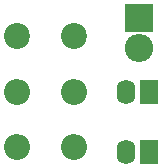
<source format=gbs>
G04 #@! TF.FileFunction,Soldermask,Bot*
%FSLAX46Y46*%
G04 Gerber Fmt 4.6, Leading zero omitted, Abs format (unit mm)*
G04 Created by KiCad (PCBNEW 4.0.7) date 06/06/18 08:15:27*
%MOMM*%
%LPD*%
G01*
G04 APERTURE LIST*
%ADD10C,0.100000*%
%ADD11O,2.200000X2.200000*%
%ADD12C,2.200000*%
%ADD13R,1.600000X2.100000*%
%ADD14O,1.600000X2.100000*%
%ADD15O,2.398980X2.398980*%
%ADD16R,2.398980X2.398980*%
G04 APERTURE END LIST*
D10*
D11*
X140400000Y-90000000D03*
D12*
X140400000Y-85300000D03*
D11*
X140400000Y-94700000D03*
D12*
X145230000Y-85300000D03*
D11*
X145230000Y-90000000D03*
X145230000Y-94700000D03*
D13*
X151600000Y-90000000D03*
D14*
X149600000Y-90000000D03*
D13*
X151600000Y-95050000D03*
D14*
X149600000Y-95050000D03*
D15*
X150700000Y-86300000D03*
D16*
X150700000Y-83760000D03*
M02*

</source>
